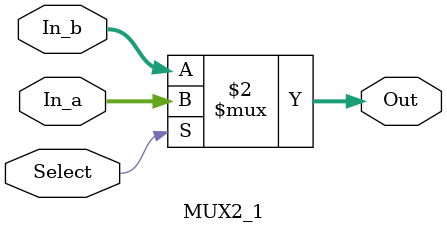
<source format=v>
`timescale 1ns / 1ps


module MUX2_1(In_a,Select, In_b, Out);
     input [55:0] In_a; 
     input [55:0] In_b; 
     output [55:0] Out; 
     input Select; 
 assign Out = (Select == 1'b1) ? In_a : In_b; 
 
endmodule

</source>
